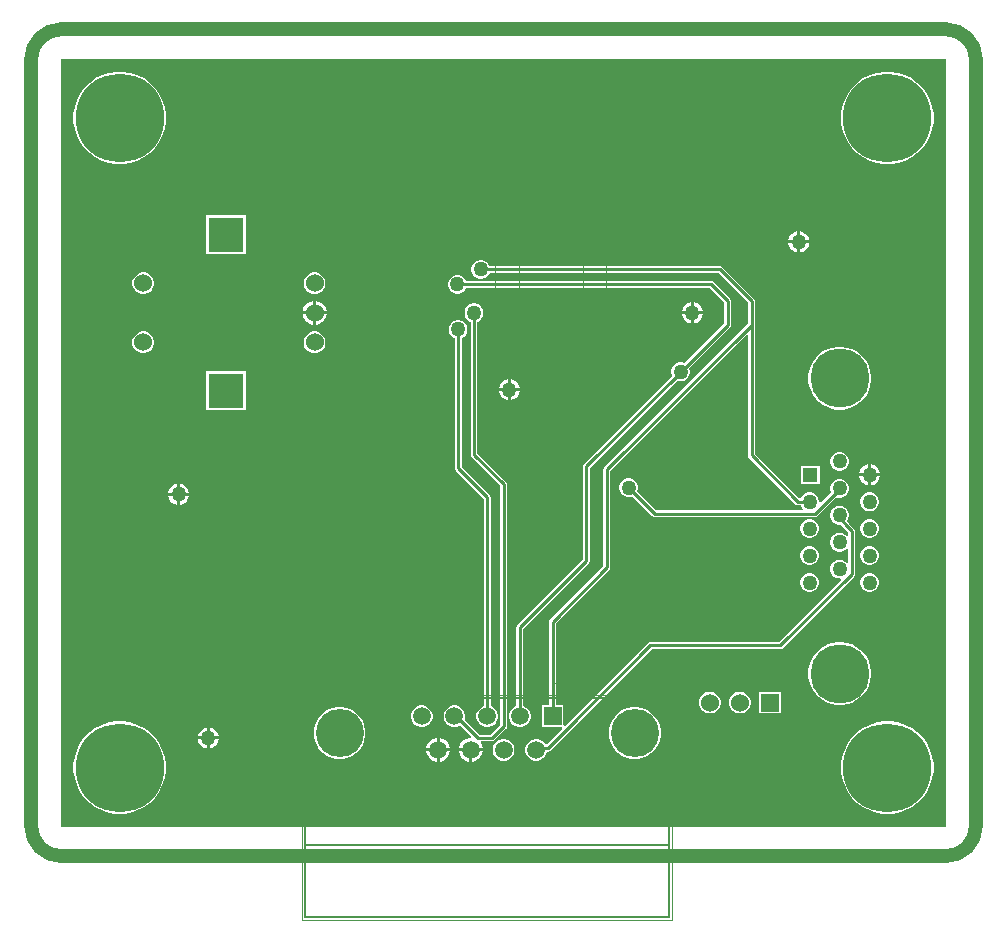
<source format=gbl>
G04*
G04 #@! TF.GenerationSoftware,Altium Limited,Altium Designer,21.3.1 (25)*
G04*
G04 Layer_Physical_Order=2*
G04 Layer_Color=16711680*
%FSLAX44Y44*%
%MOMM*%
G71*
G04*
G04 #@! TF.SameCoordinates,1E41339B-4A2A-438D-B01A-713DCCC2BB0F*
G04*
G04*
G04 #@! TF.FilePolarity,Positive*
G04*
G01*
G75*
%ADD10C,0.2000*%
%ADD13C,0.2540*%
%ADD14C,0.1270*%
%ADD17C,1.2000*%
%ADD18C,0.1000*%
%ADD19C,0.0500*%
%ADD40C,1.5240*%
%ADD41R,1.5240X1.5240*%
%ADD42C,1.2700*%
%ADD43R,1.2700X1.2700*%
%ADD44C,5.0000*%
%ADD45R,3.0000X3.0000*%
%ADD46C,1.5080*%
%ADD47C,4.0660*%
%ADD48R,1.5080X1.5080*%
%ADD49C,7.5000*%
G36*
X775000Y225000D02*
X25000D01*
Y875000D01*
X775000D01*
Y225000D01*
D02*
G37*
%LPC*%
G36*
X728077Y864100D02*
X721923D01*
X715844Y863137D01*
X709991Y861235D01*
X704507Y858441D01*
X699528Y854824D01*
X695176Y850472D01*
X691559Y845493D01*
X688765Y840009D01*
X686863Y834156D01*
X685900Y828077D01*
Y821923D01*
X686863Y815844D01*
X688765Y809991D01*
X691559Y804507D01*
X695176Y799528D01*
X699528Y795176D01*
X704507Y791559D01*
X709991Y788765D01*
X715844Y786863D01*
X721923Y785900D01*
X728077D01*
X734156Y786863D01*
X740009Y788765D01*
X745493Y791559D01*
X750472Y795176D01*
X754824Y799528D01*
X758441Y804507D01*
X761235Y809991D01*
X763137Y815844D01*
X764100Y821923D01*
Y828077D01*
X763137Y834156D01*
X761235Y840009D01*
X758441Y845493D01*
X754824Y850472D01*
X750472Y854824D01*
X745493Y858441D01*
X740009Y861235D01*
X734156Y863137D01*
X728077Y864100D01*
D02*
G37*
G36*
X78077D02*
X71923D01*
X65844Y863137D01*
X59991Y861235D01*
X54507Y858441D01*
X49528Y854824D01*
X45176Y850472D01*
X41559Y845493D01*
X38765Y840009D01*
X36863Y834156D01*
X35900Y828077D01*
Y821923D01*
X36863Y815844D01*
X38765Y809991D01*
X41559Y804507D01*
X45176Y799528D01*
X49528Y795176D01*
X54507Y791559D01*
X59991Y788765D01*
X65844Y786863D01*
X71923Y785900D01*
X78077D01*
X84156Y786863D01*
X90009Y788765D01*
X95493Y791559D01*
X100472Y795176D01*
X104824Y799528D01*
X108441Y804507D01*
X111235Y809991D01*
X113137Y815844D01*
X114100Y821923D01*
Y828077D01*
X113137Y834156D01*
X111235Y840009D01*
X108441Y845493D01*
X104824Y850472D01*
X100472Y854824D01*
X95493Y858441D01*
X90009Y861235D01*
X84156Y863137D01*
X78077Y864100D01*
D02*
G37*
G36*
X651270Y728863D02*
Y721270D01*
X658863D01*
X658284Y723431D01*
X657114Y725459D01*
X655459Y727114D01*
X653431Y728284D01*
X651270Y728863D01*
D02*
G37*
G36*
X648730D02*
X646569Y728284D01*
X644541Y727114D01*
X642886Y725459D01*
X641716Y723431D01*
X641137Y721270D01*
X648730D01*
Y728863D01*
D02*
G37*
G36*
X658863Y718730D02*
X651270D01*
Y711137D01*
X653431Y711716D01*
X655459Y712886D01*
X657114Y714541D01*
X658284Y716569D01*
X658863Y718730D01*
D02*
G37*
G36*
X648730D02*
X641137D01*
X641716Y716569D01*
X642886Y714541D01*
X644541Y712886D01*
X646569Y711716D01*
X648730Y711137D01*
Y718730D01*
D02*
G37*
G36*
X181600Y742600D02*
X148400D01*
Y709400D01*
X181600D01*
Y742600D01*
D02*
G37*
G36*
X241214Y694220D02*
X238786D01*
X236441Y693592D01*
X234339Y692378D01*
X232622Y690661D01*
X231408Y688559D01*
X230780Y686214D01*
Y683786D01*
X231408Y681441D01*
X232622Y679339D01*
X234339Y677622D01*
X236441Y676408D01*
X238786Y675780D01*
X241214D01*
X243559Y676408D01*
X245661Y677622D01*
X247378Y679339D01*
X248592Y681441D01*
X249220Y683786D01*
Y686214D01*
X248592Y688559D01*
X247378Y690661D01*
X245661Y692378D01*
X243559Y693592D01*
X241214Y694220D01*
D02*
G37*
G36*
X96214D02*
X93786D01*
X91441Y693592D01*
X89339Y692378D01*
X87622Y690661D01*
X86408Y688559D01*
X85780Y686214D01*
Y683786D01*
X86408Y681441D01*
X87622Y679339D01*
X89339Y677622D01*
X91441Y676408D01*
X93786Y675780D01*
X96214D01*
X98559Y676408D01*
X100661Y677622D01*
X102378Y679339D01*
X103592Y681441D01*
X104220Y683786D01*
Y686214D01*
X103592Y688559D01*
X102378Y690661D01*
X100661Y692378D01*
X98559Y693592D01*
X96214Y694220D01*
D02*
G37*
G36*
X241338Y670160D02*
X241270D01*
Y661270D01*
X250160D01*
Y661338D01*
X249468Y663922D01*
X248130Y666238D01*
X246238Y668130D01*
X243922Y669468D01*
X241338Y670160D01*
D02*
G37*
G36*
X238730D02*
X238662D01*
X236078Y669468D01*
X233762Y668130D01*
X231870Y666238D01*
X230532Y663922D01*
X229840Y661338D01*
Y661270D01*
X238730D01*
Y670160D01*
D02*
G37*
G36*
X561270Y668863D02*
Y661270D01*
X568863D01*
X568284Y663431D01*
X567114Y665459D01*
X565459Y667114D01*
X563431Y668284D01*
X561270Y668863D01*
D02*
G37*
G36*
X558730D02*
X556569Y668284D01*
X554541Y667114D01*
X552886Y665459D01*
X551716Y663431D01*
X551137Y661270D01*
X558730D01*
Y668863D01*
D02*
G37*
G36*
X568863Y658730D02*
X561270D01*
Y651137D01*
X563431Y651716D01*
X565459Y652886D01*
X567114Y654541D01*
X568284Y656569D01*
X568863Y658730D01*
D02*
G37*
G36*
X558730D02*
X551137D01*
X551716Y656569D01*
X552886Y654541D01*
X554541Y652886D01*
X556569Y651716D01*
X558730Y651137D01*
Y658730D01*
D02*
G37*
G36*
X250160Y658730D02*
X241270D01*
Y649840D01*
X241338D01*
X243922Y650532D01*
X246238Y651870D01*
X248130Y653762D01*
X249468Y656078D01*
X250160Y658662D01*
Y658730D01*
D02*
G37*
G36*
X238730D02*
X229840D01*
Y658662D01*
X230532Y656078D01*
X231870Y653762D01*
X233762Y651870D01*
X236078Y650532D01*
X238662Y649840D01*
X238730D01*
Y658730D01*
D02*
G37*
G36*
X241214Y644220D02*
X238786D01*
X236441Y643592D01*
X234339Y642378D01*
X232622Y640661D01*
X231408Y638559D01*
X230780Y636214D01*
Y633786D01*
X231408Y631441D01*
X232622Y629339D01*
X234339Y627622D01*
X236441Y626408D01*
X238786Y625780D01*
X241214D01*
X243559Y626408D01*
X245661Y627622D01*
X247378Y629339D01*
X248592Y631441D01*
X249220Y633786D01*
Y636214D01*
X248592Y638559D01*
X247378Y640661D01*
X245661Y642378D01*
X243559Y643592D01*
X241214Y644220D01*
D02*
G37*
G36*
X96214D02*
X93786D01*
X91441Y643592D01*
X89339Y642378D01*
X87622Y640661D01*
X86408Y638559D01*
X85780Y636214D01*
Y633786D01*
X86408Y631441D01*
X87622Y629339D01*
X89339Y627622D01*
X91441Y626408D01*
X93786Y625780D01*
X96214D01*
X98559Y626408D01*
X100661Y627622D01*
X102378Y629339D01*
X103592Y631441D01*
X104220Y633786D01*
Y636214D01*
X103592Y638559D01*
X102378Y640661D01*
X100661Y642378D01*
X98559Y643592D01*
X96214Y644220D01*
D02*
G37*
G36*
X361997Y692000D02*
X359903D01*
X357881Y691458D01*
X356069Y690412D01*
X354588Y688931D01*
X353542Y687119D01*
X353000Y685097D01*
Y683003D01*
X353542Y680981D01*
X354588Y679168D01*
X356069Y677688D01*
X357881Y676642D01*
X359903Y676100D01*
X361997D01*
X364019Y676642D01*
X365831Y677688D01*
X367312Y679168D01*
X368358Y680981D01*
X368396Y681124D01*
X574738D01*
X587074Y668788D01*
Y651212D01*
X553196Y617335D01*
X553069Y617408D01*
X551047Y617950D01*
X548953D01*
X546931Y617408D01*
X545119Y616362D01*
X543638Y614881D01*
X542592Y613069D01*
X542050Y611047D01*
Y608953D01*
X542592Y606931D01*
X542665Y606804D01*
X467931Y532069D01*
X467296Y531120D01*
X467074Y530000D01*
Y451212D01*
X411781Y395919D01*
X411147Y394970D01*
X410924Y393850D01*
Y327078D01*
X410322Y326917D01*
X408238Y325714D01*
X406536Y324012D01*
X405333Y321928D01*
X404710Y319603D01*
Y317197D01*
X405333Y314872D01*
X406536Y312788D01*
X408238Y311086D01*
X410322Y309883D01*
X412647Y309260D01*
X415053D01*
X417378Y309883D01*
X419462Y311086D01*
X421164Y312788D01*
X422367Y314872D01*
X422990Y317197D01*
Y319603D01*
X422367Y321928D01*
X421164Y324012D01*
X419462Y325714D01*
X417378Y326917D01*
X416776Y327078D01*
Y392638D01*
X472069Y447931D01*
X472704Y448880D01*
X472926Y450000D01*
Y528788D01*
X546804Y602665D01*
X546931Y602592D01*
X548953Y602050D01*
X551047D01*
X553069Y602592D01*
X554881Y603638D01*
X556362Y605119D01*
X557408Y606931D01*
X557950Y608953D01*
Y611047D01*
X557408Y613069D01*
X557335Y613196D01*
X592069Y647931D01*
X592704Y648880D01*
X592926Y650000D01*
Y670000D01*
X592704Y671120D01*
X592069Y672069D01*
X578019Y686119D01*
X577070Y686753D01*
X575950Y686976D01*
X368396D01*
X368358Y687119D01*
X367312Y688931D01*
X365831Y690412D01*
X364019Y691458D01*
X361997Y692000D01*
D02*
G37*
G36*
X406270Y603863D02*
Y596270D01*
X413863D01*
X413284Y598431D01*
X412114Y600459D01*
X410459Y602114D01*
X408431Y603284D01*
X406270Y603863D01*
D02*
G37*
G36*
X403730D02*
X401569Y603284D01*
X399541Y602114D01*
X397886Y600459D01*
X396716Y598431D01*
X396137Y596270D01*
X403730D01*
Y603863D01*
D02*
G37*
G36*
X413863Y593730D02*
X406270D01*
Y586137D01*
X408431Y586716D01*
X410459Y587886D01*
X412114Y589541D01*
X413284Y591569D01*
X413863Y593730D01*
D02*
G37*
G36*
X403730D02*
X396137D01*
X396716Y591569D01*
X397886Y589541D01*
X399541Y587886D01*
X401569Y586716D01*
X403730Y586137D01*
Y593730D01*
D02*
G37*
G36*
X686693Y631100D02*
X682506D01*
X678371Y630445D01*
X674389Y629151D01*
X670659Y627250D01*
X667271Y624789D01*
X664311Y621829D01*
X661850Y618441D01*
X659949Y614711D01*
X658655Y610729D01*
X658000Y606594D01*
Y602407D01*
X658655Y598271D01*
X659949Y594289D01*
X661850Y590559D01*
X664311Y587171D01*
X667271Y584211D01*
X670659Y581750D01*
X674389Y579849D01*
X678371Y578555D01*
X682506Y577900D01*
X686693D01*
X690829Y578555D01*
X694811Y579849D01*
X698541Y581750D01*
X701929Y584211D01*
X704889Y587171D01*
X707350Y590559D01*
X709251Y594289D01*
X710545Y598271D01*
X711200Y602407D01*
Y606594D01*
X710545Y610729D01*
X709251Y614711D01*
X707350Y618441D01*
X704889Y621829D01*
X701929Y624789D01*
X698541Y627250D01*
X694811Y629151D01*
X690829Y630445D01*
X686693Y631100D01*
D02*
G37*
G36*
X181600Y610600D02*
X148400D01*
Y577400D01*
X181600D01*
Y610600D01*
D02*
G37*
G36*
X685647Y542150D02*
X683553D01*
X681531Y541608D01*
X679719Y540562D01*
X678238Y539081D01*
X677192Y537269D01*
X676650Y535247D01*
Y533153D01*
X677192Y531131D01*
X678238Y529319D01*
X679719Y527838D01*
X681531Y526792D01*
X683553Y526250D01*
X685647D01*
X687669Y526792D01*
X689481Y527838D01*
X690962Y529319D01*
X692008Y531131D01*
X692550Y533153D01*
Y535247D01*
X692008Y537269D01*
X690962Y539081D01*
X689481Y540562D01*
X687669Y541608D01*
X685647Y542150D01*
D02*
G37*
G36*
X711270Y531663D02*
Y524070D01*
X718863D01*
X718284Y526231D01*
X717114Y528259D01*
X715459Y529914D01*
X713431Y531084D01*
X711270Y531663D01*
D02*
G37*
G36*
X708730D02*
X706569Y531084D01*
X704541Y529914D01*
X702886Y528259D01*
X701716Y526231D01*
X701137Y524070D01*
X708730D01*
Y531663D01*
D02*
G37*
G36*
X667550Y530550D02*
X651650D01*
Y514650D01*
X667550D01*
Y530550D01*
D02*
G37*
G36*
X708730Y521530D02*
X701137D01*
X701716Y519369D01*
X702886Y517341D01*
X704541Y515686D01*
X706569Y514516D01*
X708730Y513937D01*
Y521530D01*
D02*
G37*
G36*
X718863D02*
X711270D01*
Y513937D01*
X713431Y514516D01*
X715459Y515686D01*
X717114Y517341D01*
X718284Y519369D01*
X718863Y521530D01*
D02*
G37*
G36*
X126270Y515363D02*
Y507770D01*
X133863D01*
X133284Y509931D01*
X132114Y511959D01*
X130459Y513614D01*
X128431Y514784D01*
X126270Y515363D01*
D02*
G37*
G36*
X123730D02*
X121569Y514784D01*
X119541Y513614D01*
X117886Y511959D01*
X116716Y509931D01*
X116137Y507770D01*
X123730D01*
Y515363D01*
D02*
G37*
G36*
X133863Y505230D02*
X126270D01*
Y497637D01*
X128431Y498216D01*
X130459Y499386D01*
X132114Y501041D01*
X133284Y503069D01*
X133863Y505230D01*
D02*
G37*
G36*
X123730D02*
X116137D01*
X116716Y503069D01*
X117886Y501041D01*
X119541Y499386D01*
X121569Y498216D01*
X123730Y497637D01*
Y505230D01*
D02*
G37*
G36*
X381797Y704700D02*
X379703D01*
X377681Y704158D01*
X375869Y703111D01*
X374388Y701631D01*
X373342Y699818D01*
X372800Y697797D01*
Y695703D01*
X373342Y693681D01*
X374388Y691869D01*
X375869Y690388D01*
X377681Y689342D01*
X379703Y688800D01*
X381797D01*
X383819Y689342D01*
X385631Y690388D01*
X387112Y691869D01*
X388158Y693681D01*
X388196Y693824D01*
X582038D01*
X607074Y668788D01*
Y651212D01*
X485431Y529569D01*
X484796Y528620D01*
X484574Y527500D01*
Y445612D01*
X439481Y400519D01*
X438847Y399570D01*
X438624Y398450D01*
Y327540D01*
X432410D01*
Y309260D01*
X449294D01*
X449820Y307990D01*
X436832Y295002D01*
X435245Y295211D01*
X435014Y295612D01*
X433312Y297314D01*
X431228Y298517D01*
X428903Y299140D01*
X426497D01*
X424172Y298517D01*
X422088Y297314D01*
X420386Y295612D01*
X419183Y293528D01*
X418560Y291203D01*
Y288797D01*
X419183Y286472D01*
X420386Y284388D01*
X422088Y282686D01*
X424172Y281483D01*
X426497Y280860D01*
X428903D01*
X431228Y281483D01*
X433312Y282686D01*
X435014Y284388D01*
X436217Y286472D01*
X436740Y288425D01*
X437320D01*
X438440Y288648D01*
X439389Y289282D01*
X455088Y304981D01*
X455088Y304981D01*
X525537Y375430D01*
X634325D01*
X635444Y375653D01*
X636394Y376287D01*
X696829Y436722D01*
X697464Y437672D01*
X697686Y438792D01*
Y475240D01*
X697464Y476360D01*
X696829Y477309D01*
X692737Y481401D01*
X692703Y481571D01*
X692069Y482520D01*
X690916Y483673D01*
X690962Y483719D01*
X692008Y485531D01*
X692550Y487553D01*
Y489647D01*
X692008Y491669D01*
X690962Y493481D01*
X689481Y494962D01*
X687669Y496008D01*
X685647Y496550D01*
X683553D01*
X681531Y496008D01*
X679719Y494962D01*
X678238Y493481D01*
X677192Y491669D01*
X676650Y489647D01*
Y487553D01*
X677192Y485531D01*
X678238Y483719D01*
X679719Y482238D01*
X681531Y481192D01*
X683553Y480650D01*
X685647D01*
X685659Y480653D01*
X687263Y479050D01*
X687297Y478880D01*
X687931Y477931D01*
X691834Y474028D01*
Y471605D01*
X690564Y471079D01*
X689481Y472162D01*
X687669Y473208D01*
X685647Y473750D01*
X683553D01*
X681531Y473208D01*
X679719Y472162D01*
X678238Y470681D01*
X677192Y468869D01*
X676650Y466847D01*
Y464753D01*
X677192Y462731D01*
X678238Y460919D01*
X679719Y459438D01*
X681531Y458392D01*
X683553Y457850D01*
X685647D01*
X687669Y458392D01*
X689481Y459438D01*
X690564Y460521D01*
X691834Y459995D01*
Y448805D01*
X690564Y448279D01*
X689481Y449362D01*
X687669Y450408D01*
X685647Y450950D01*
X683553D01*
X681531Y450408D01*
X679719Y449362D01*
X678238Y447881D01*
X677192Y446069D01*
X676650Y444047D01*
Y441953D01*
X677192Y439931D01*
X678238Y438119D01*
X679719Y436638D01*
X681531Y435592D01*
X683553Y435050D01*
X685084D01*
X685610Y433780D01*
X633112Y381282D01*
X524325D01*
X523205Y381060D01*
X522255Y380425D01*
X451960Y310130D01*
X450690Y310656D01*
Y327540D01*
X444476D01*
Y397238D01*
X489569Y442331D01*
X490204Y443280D01*
X490426Y444400D01*
Y526288D01*
X605900Y641762D01*
X607074Y641276D01*
Y539200D01*
X607296Y538080D01*
X607931Y537131D01*
X646971Y498091D01*
X647920Y497457D01*
X649040Y497234D01*
X651711D01*
X651792Y496931D01*
X652838Y495119D01*
X653921Y494036D01*
X653395Y492766D01*
X529372D01*
X513335Y508804D01*
X513408Y508931D01*
X513950Y510953D01*
Y513047D01*
X513408Y515069D01*
X512362Y516881D01*
X510881Y518362D01*
X509069Y519408D01*
X507047Y519950D01*
X504953D01*
X502931Y519408D01*
X501119Y518362D01*
X499638Y516881D01*
X498592Y515069D01*
X498050Y513047D01*
Y510953D01*
X498592Y508931D01*
X499638Y507119D01*
X501119Y505638D01*
X502931Y504592D01*
X504953Y504050D01*
X507047D01*
X509069Y504592D01*
X509196Y504665D01*
X526091Y487771D01*
X527040Y487136D01*
X528160Y486914D01*
X663408D01*
X664528Y487136D01*
X665478Y487771D01*
X681663Y503956D01*
X683553Y503450D01*
X685647D01*
X687669Y503992D01*
X689481Y505038D01*
X690962Y506519D01*
X692008Y508331D01*
X692550Y510353D01*
Y512447D01*
X692008Y514469D01*
X690962Y516281D01*
X689481Y517762D01*
X687669Y518808D01*
X685647Y519350D01*
X683553D01*
X681531Y518808D01*
X679719Y517762D01*
X678238Y516281D01*
X677192Y514469D01*
X676650Y512447D01*
Y510353D01*
X677192Y508331D01*
X677400Y507970D01*
X668420Y498990D01*
X667150Y499516D01*
Y501047D01*
X666608Y503069D01*
X665562Y504881D01*
X664081Y506362D01*
X662269Y507408D01*
X660247Y507950D01*
X658153D01*
X656131Y507408D01*
X654319Y506362D01*
X652838Y504881D01*
X651802Y503086D01*
X650252D01*
X612926Y540412D01*
Y650000D01*
Y670000D01*
X612704Y671120D01*
X612069Y672069D01*
X585319Y698819D01*
X584370Y699453D01*
X583250Y699676D01*
X388196D01*
X388158Y699818D01*
X387112Y701631D01*
X385631Y703111D01*
X383819Y704158D01*
X381797Y704700D01*
D02*
G37*
G36*
X711047Y507950D02*
X708953D01*
X706931Y507408D01*
X705119Y506362D01*
X703638Y504881D01*
X702592Y503069D01*
X702050Y501047D01*
Y498953D01*
X702592Y496931D01*
X703638Y495119D01*
X705119Y493638D01*
X706931Y492592D01*
X708953Y492050D01*
X711047D01*
X713069Y492592D01*
X714881Y493638D01*
X716362Y495119D01*
X717408Y496931D01*
X717950Y498953D01*
Y501047D01*
X717408Y503069D01*
X716362Y504881D01*
X714881Y506362D01*
X713069Y507408D01*
X711047Y507950D01*
D02*
G37*
G36*
Y485150D02*
X708953D01*
X706931Y484608D01*
X705119Y483562D01*
X703638Y482081D01*
X702592Y480269D01*
X702050Y478247D01*
Y476153D01*
X702592Y474131D01*
X703638Y472319D01*
X705119Y470838D01*
X706931Y469792D01*
X708953Y469250D01*
X711047D01*
X713069Y469792D01*
X714881Y470838D01*
X716362Y472319D01*
X717408Y474131D01*
X717950Y476153D01*
Y478247D01*
X717408Y480269D01*
X716362Y482081D01*
X714881Y483562D01*
X713069Y484608D01*
X711047Y485150D01*
D02*
G37*
G36*
X660247D02*
X658153D01*
X656131Y484608D01*
X654319Y483562D01*
X652838Y482081D01*
X651792Y480269D01*
X651250Y478247D01*
Y476153D01*
X651792Y474131D01*
X652838Y472319D01*
X654319Y470838D01*
X656131Y469792D01*
X658153Y469250D01*
X660247D01*
X662269Y469792D01*
X664081Y470838D01*
X665562Y472319D01*
X666608Y474131D01*
X667150Y476153D01*
Y478247D01*
X666608Y480269D01*
X665562Y482081D01*
X664081Y483562D01*
X662269Y484608D01*
X660247Y485150D01*
D02*
G37*
G36*
X711047Y462350D02*
X708953D01*
X706931Y461808D01*
X705119Y460762D01*
X703638Y459281D01*
X702592Y457469D01*
X702050Y455447D01*
Y453353D01*
X702592Y451331D01*
X703638Y449519D01*
X705119Y448038D01*
X706931Y446992D01*
X708953Y446450D01*
X711047D01*
X713069Y446992D01*
X714881Y448038D01*
X716362Y449519D01*
X717408Y451331D01*
X717950Y453353D01*
Y455447D01*
X717408Y457469D01*
X716362Y459281D01*
X714881Y460762D01*
X713069Y461808D01*
X711047Y462350D01*
D02*
G37*
G36*
X660247D02*
X658153D01*
X656131Y461808D01*
X654319Y460762D01*
X652838Y459281D01*
X651792Y457469D01*
X651250Y455447D01*
Y453353D01*
X651792Y451331D01*
X652838Y449519D01*
X654319Y448038D01*
X656131Y446992D01*
X658153Y446450D01*
X660247D01*
X662269Y446992D01*
X664081Y448038D01*
X665562Y449519D01*
X666608Y451331D01*
X667150Y453353D01*
Y455447D01*
X666608Y457469D01*
X665562Y459281D01*
X664081Y460762D01*
X662269Y461808D01*
X660247Y462350D01*
D02*
G37*
G36*
X711047Y439550D02*
X708953D01*
X706931Y439008D01*
X705119Y437962D01*
X703638Y436481D01*
X702592Y434669D01*
X702050Y432647D01*
Y430553D01*
X702592Y428531D01*
X703638Y426719D01*
X705119Y425238D01*
X706931Y424192D01*
X708953Y423650D01*
X711047D01*
X713069Y424192D01*
X714881Y425238D01*
X716362Y426719D01*
X717408Y428531D01*
X717950Y430553D01*
Y432647D01*
X717408Y434669D01*
X716362Y436481D01*
X714881Y437962D01*
X713069Y439008D01*
X711047Y439550D01*
D02*
G37*
G36*
X660247D02*
X658153D01*
X656131Y439008D01*
X654319Y437962D01*
X652838Y436481D01*
X651792Y434669D01*
X651250Y432647D01*
Y430553D01*
X651792Y428531D01*
X652838Y426719D01*
X654319Y425238D01*
X656131Y424192D01*
X658153Y423650D01*
X660247D01*
X662269Y424192D01*
X664081Y425238D01*
X665562Y426719D01*
X666608Y428531D01*
X667150Y430553D01*
Y432647D01*
X666608Y434669D01*
X665562Y436481D01*
X664081Y437962D01*
X662269Y439008D01*
X660247Y439550D01*
D02*
G37*
G36*
X686693Y381200D02*
X682506D01*
X678371Y380545D01*
X674389Y379251D01*
X670659Y377350D01*
X667271Y374889D01*
X664311Y371929D01*
X661850Y368541D01*
X659949Y364811D01*
X658655Y360829D01*
X658000Y356693D01*
Y352506D01*
X658655Y348371D01*
X659949Y344389D01*
X661850Y340659D01*
X664311Y337271D01*
X667271Y334311D01*
X670659Y331850D01*
X674389Y329949D01*
X678371Y328655D01*
X682506Y328000D01*
X686693D01*
X690829Y328655D01*
X694811Y329949D01*
X698541Y331850D01*
X701929Y334311D01*
X704889Y337271D01*
X707350Y340659D01*
X709251Y344389D01*
X710545Y348371D01*
X711200Y352506D01*
Y356693D01*
X710545Y360829D01*
X709251Y364811D01*
X707350Y368541D01*
X704889Y371929D01*
X701929Y374889D01*
X698541Y377350D01*
X694811Y379251D01*
X690829Y380545D01*
X686693Y381200D01*
D02*
G37*
G36*
X634620Y339220D02*
X616180D01*
Y320780D01*
X634620D01*
Y339220D01*
D02*
G37*
G36*
X601214D02*
X598786D01*
X596441Y338592D01*
X594339Y337378D01*
X592622Y335661D01*
X591408Y333559D01*
X590780Y331214D01*
Y328786D01*
X591408Y326441D01*
X592622Y324339D01*
X594339Y322622D01*
X596441Y321408D01*
X598786Y320780D01*
X601214D01*
X603559Y321408D01*
X605661Y322622D01*
X607378Y324339D01*
X608592Y326441D01*
X609220Y328786D01*
Y331214D01*
X608592Y333559D01*
X607378Y335661D01*
X605661Y337378D01*
X603559Y338592D01*
X601214Y339220D01*
D02*
G37*
G36*
X575814D02*
X573386D01*
X571041Y338592D01*
X568939Y337378D01*
X567222Y335661D01*
X566008Y333559D01*
X565380Y331214D01*
Y328786D01*
X566008Y326441D01*
X567222Y324339D01*
X568939Y322622D01*
X571041Y321408D01*
X573386Y320780D01*
X575814D01*
X578159Y321408D01*
X580261Y322622D01*
X581978Y324339D01*
X583192Y326441D01*
X583820Y328786D01*
Y331214D01*
X583192Y333559D01*
X581978Y335661D01*
X580261Y337378D01*
X578159Y338592D01*
X575814Y339220D01*
D02*
G37*
G36*
X362597Y653900D02*
X360503D01*
X358481Y653358D01*
X356669Y652311D01*
X355188Y650831D01*
X354142Y649018D01*
X353600Y646997D01*
Y644903D01*
X354142Y642881D01*
X355188Y641068D01*
X356669Y639588D01*
X358481Y638542D01*
X358624Y638504D01*
Y528450D01*
X358847Y527330D01*
X359481Y526381D01*
X383224Y502638D01*
Y327078D01*
X382622Y326917D01*
X380538Y325714D01*
X378836Y324012D01*
X377633Y321928D01*
X377010Y319603D01*
Y317197D01*
X377633Y314872D01*
X378836Y312788D01*
X380538Y311086D01*
X382622Y309883D01*
X384947Y309260D01*
X387353D01*
X389678Y309883D01*
X391762Y311086D01*
X393464Y312788D01*
X394667Y314872D01*
X395290Y317197D01*
Y319603D01*
X394667Y321928D01*
X393464Y324012D01*
X391762Y325714D01*
X389678Y326917D01*
X389076Y327078D01*
Y503850D01*
X388853Y504970D01*
X388219Y505919D01*
X364476Y529662D01*
Y638504D01*
X364619Y638542D01*
X366431Y639588D01*
X367912Y641068D01*
X368958Y642881D01*
X369500Y644903D01*
Y646997D01*
X368958Y649018D01*
X367912Y650831D01*
X366431Y652311D01*
X364619Y653358D01*
X362597Y653900D01*
D02*
G37*
G36*
X331953Y327540D02*
X329547D01*
X327222Y326917D01*
X325138Y325714D01*
X323436Y324012D01*
X322233Y321928D01*
X321610Y319603D01*
Y317197D01*
X322233Y314872D01*
X323436Y312788D01*
X325138Y311086D01*
X327222Y309883D01*
X329547Y309260D01*
X331953D01*
X334278Y309883D01*
X336362Y311086D01*
X338064Y312788D01*
X339267Y314872D01*
X339890Y317197D01*
Y319603D01*
X339267Y321928D01*
X338064Y324012D01*
X336362Y325714D01*
X334278Y326917D01*
X331953Y327540D01*
D02*
G37*
G36*
X376047Y667950D02*
X373953D01*
X371931Y667408D01*
X370119Y666362D01*
X368638Y664881D01*
X367592Y663068D01*
X367050Y661047D01*
Y658953D01*
X367592Y656931D01*
X368638Y655119D01*
X370119Y653638D01*
X371931Y652592D01*
X372074Y652554D01*
Y540000D01*
X372296Y538880D01*
X372931Y537931D01*
X397074Y513788D01*
Y311212D01*
X388788Y302926D01*
X379563D01*
X367104Y315385D01*
X367590Y317197D01*
Y319603D01*
X366967Y321928D01*
X365764Y324012D01*
X364062Y325714D01*
X361978Y326917D01*
X359653Y327540D01*
X357247D01*
X354922Y326917D01*
X352838Y325714D01*
X351136Y324012D01*
X349933Y321928D01*
X349310Y319603D01*
Y317197D01*
X349933Y314872D01*
X351136Y312788D01*
X352838Y311086D01*
X354922Y309883D01*
X357247Y309260D01*
X359653D01*
X361978Y309883D01*
X363469Y310744D01*
X372863Y301350D01*
X372337Y300080D01*
X370973D01*
X368409Y299393D01*
X366111Y298066D01*
X364234Y296189D01*
X362907Y293891D01*
X362220Y291327D01*
Y291270D01*
X382380D01*
Y291327D01*
X381693Y293891D01*
X380588Y295804D01*
X381141Y297074D01*
X390000D01*
X391120Y297297D01*
X392069Y297931D01*
X402069Y307931D01*
X402704Y308880D01*
X402926Y310000D01*
Y515000D01*
X402704Y516120D01*
X402069Y517069D01*
X377926Y541212D01*
Y652554D01*
X378069Y652592D01*
X379881Y653638D01*
X381362Y655119D01*
X382408Y656931D01*
X382950Y658953D01*
Y661047D01*
X382408Y663068D01*
X381362Y664881D01*
X379881Y666362D01*
X378069Y667408D01*
X376047Y667950D01*
D02*
G37*
G36*
X151270Y308863D02*
Y301270D01*
X158863D01*
X158284Y303431D01*
X157114Y305459D01*
X155459Y307114D01*
X153431Y308284D01*
X151270Y308863D01*
D02*
G37*
G36*
X148730D02*
X146569Y308284D01*
X144541Y307114D01*
X142886Y305459D01*
X141716Y303431D01*
X141137Y301270D01*
X148730D01*
Y308863D01*
D02*
G37*
G36*
X345927Y300080D02*
X345870D01*
Y291270D01*
X354680D01*
Y291327D01*
X353993Y293891D01*
X352666Y296189D01*
X350789Y298066D01*
X348491Y299393D01*
X345927Y300080D01*
D02*
G37*
G36*
X343330D02*
X343273D01*
X340709Y299393D01*
X338411Y298066D01*
X336534Y296189D01*
X335207Y293891D01*
X334520Y291327D01*
Y291270D01*
X343330D01*
Y300080D01*
D02*
G37*
G36*
X158863Y298730D02*
X151270D01*
Y291137D01*
X153431Y291716D01*
X155459Y292886D01*
X157114Y294541D01*
X158284Y296569D01*
X158863Y298730D01*
D02*
G37*
G36*
X148730D02*
X141137D01*
X141716Y296569D01*
X142886Y294541D01*
X144541Y292886D01*
X146569Y291716D01*
X148730Y291137D01*
Y298730D01*
D02*
G37*
G36*
X513260Y326130D02*
X508940D01*
X504703Y325287D01*
X500712Y323634D01*
X497120Y321234D01*
X494066Y318180D01*
X491666Y314588D01*
X490013Y310597D01*
X489170Y306360D01*
Y302040D01*
X490013Y297803D01*
X491666Y293812D01*
X494066Y290221D01*
X497120Y287166D01*
X500712Y284766D01*
X504703Y283113D01*
X508940Y282270D01*
X513260D01*
X517497Y283113D01*
X521488Y284766D01*
X525079Y287166D01*
X528134Y290221D01*
X530534Y293812D01*
X532187Y297803D01*
X533030Y302040D01*
Y306360D01*
X532187Y310597D01*
X530534Y314588D01*
X528134Y318180D01*
X525079Y321234D01*
X521488Y323634D01*
X517497Y325287D01*
X513260Y326130D01*
D02*
G37*
G36*
X263360D02*
X259040D01*
X254803Y325287D01*
X250812Y323634D01*
X247220Y321234D01*
X244166Y318180D01*
X241766Y314588D01*
X240113Y310597D01*
X239270Y306360D01*
Y302040D01*
X240113Y297803D01*
X241766Y293812D01*
X244166Y290221D01*
X247220Y287166D01*
X250812Y284766D01*
X254803Y283113D01*
X259040Y282270D01*
X263360D01*
X267597Y283113D01*
X271588Y284766D01*
X275180Y287166D01*
X278234Y290221D01*
X280634Y293812D01*
X282287Y297803D01*
X283130Y302040D01*
Y306360D01*
X282287Y310597D01*
X280634Y314588D01*
X278234Y318180D01*
X275180Y321234D01*
X271588Y323634D01*
X267597Y325287D01*
X263360Y326130D01*
D02*
G37*
G36*
X401203Y299140D02*
X398797D01*
X396472Y298517D01*
X394388Y297314D01*
X392686Y295612D01*
X391483Y293528D01*
X390860Y291203D01*
Y288797D01*
X391483Y286472D01*
X392686Y284388D01*
X394388Y282686D01*
X396472Y281483D01*
X398797Y280860D01*
X401203D01*
X403528Y281483D01*
X405612Y282686D01*
X407314Y284388D01*
X408517Y286472D01*
X409140Y288797D01*
Y291203D01*
X408517Y293528D01*
X407314Y295612D01*
X405612Y297314D01*
X403528Y298517D01*
X401203Y299140D01*
D02*
G37*
G36*
X382380Y288730D02*
X373570D01*
Y279920D01*
X373627D01*
X376191Y280607D01*
X378489Y281934D01*
X380366Y283811D01*
X381693Y286109D01*
X382380Y288673D01*
Y288730D01*
D02*
G37*
G36*
X371030D02*
X362220D01*
Y288673D01*
X362907Y286109D01*
X364234Y283811D01*
X366111Y281934D01*
X368409Y280607D01*
X370973Y279920D01*
X371030D01*
Y288730D01*
D02*
G37*
G36*
X354680D02*
X345870D01*
Y279920D01*
X345927D01*
X348491Y280607D01*
X350789Y281934D01*
X352666Y283811D01*
X353993Y286109D01*
X354680Y288673D01*
Y288730D01*
D02*
G37*
G36*
X343330D02*
X334520D01*
Y288673D01*
X335207Y286109D01*
X336534Y283811D01*
X338411Y281934D01*
X340709Y280607D01*
X343273Y279920D01*
X343330D01*
Y288730D01*
D02*
G37*
G36*
X728077Y314100D02*
X721923D01*
X715844Y313137D01*
X709991Y311235D01*
X704507Y308441D01*
X699528Y304824D01*
X695176Y300472D01*
X691559Y295493D01*
X688765Y290009D01*
X686863Y284156D01*
X685900Y278077D01*
Y271923D01*
X686863Y265844D01*
X688765Y259991D01*
X691559Y254507D01*
X695176Y249528D01*
X699528Y245176D01*
X704507Y241559D01*
X709991Y238765D01*
X715844Y236863D01*
X721923Y235900D01*
X728077D01*
X734156Y236863D01*
X740009Y238765D01*
X745493Y241559D01*
X750472Y245176D01*
X754824Y249528D01*
X758441Y254507D01*
X761235Y259991D01*
X763137Y265844D01*
X764100Y271923D01*
Y278077D01*
X763137Y284156D01*
X761235Y290009D01*
X758441Y295493D01*
X754824Y300472D01*
X750472Y304824D01*
X745493Y308441D01*
X740009Y311235D01*
X734156Y313137D01*
X728077Y314100D01*
D02*
G37*
G36*
X78077D02*
X71923D01*
X65844Y313137D01*
X59991Y311235D01*
X54507Y308441D01*
X49528Y304824D01*
X45176Y300472D01*
X41559Y295493D01*
X38765Y290009D01*
X36863Y284156D01*
X35900Y278077D01*
Y271923D01*
X36863Y265844D01*
X38765Y259991D01*
X41559Y254507D01*
X45176Y249528D01*
X49528Y245176D01*
X54507Y241559D01*
X59991Y238765D01*
X65844Y236863D01*
X71923Y235900D01*
X78077D01*
X84156Y236863D01*
X90009Y238765D01*
X95493Y241559D01*
X100472Y245176D01*
X104824Y249528D01*
X108441Y254507D01*
X111235Y259991D01*
X113137Y265844D01*
X114100Y271923D01*
Y278077D01*
X113137Y284156D01*
X111235Y290009D01*
X108441Y295493D01*
X104824Y300472D01*
X100472Y304824D01*
X95493Y308441D01*
X90009Y311235D01*
X84156Y313137D01*
X78077Y314100D01*
D02*
G37*
%LPD*%
D10*
X446350Y346200D02*
G03*
X446350Y346200I-1000J0D01*
G01*
D13*
X506000Y512000D02*
X528160Y489840D01*
X663408D01*
X441550Y398450D02*
X487500Y444400D01*
X386150Y318400D02*
Y503850D01*
X413850Y393850D02*
X470000Y450000D01*
X400000Y310000D02*
Y515000D01*
X470000Y450000D02*
Y530000D01*
X487500Y444400D02*
Y527500D01*
X361550Y528450D02*
X386150Y503850D01*
X413850Y318400D02*
Y393850D01*
X453018Y307050D02*
X524325Y378356D01*
X634325D01*
X441550Y318400D02*
Y398450D01*
X361550Y528450D02*
Y645950D01*
X375000Y540000D02*
X400000Y515000D01*
X375000Y540000D02*
Y660000D01*
X550000Y610000D02*
X590000Y650000D01*
X470000Y530000D02*
X550000Y610000D01*
X437320Y291352D02*
X453018Y307050D01*
X427700Y290000D02*
X429051Y291352D01*
X453018Y307050D02*
X453018D01*
X429051Y291352D02*
X437320D01*
X358450Y318400D02*
X359951D01*
X390000Y300000D02*
X400000Y310000D01*
X359951Y318400D02*
X378351Y300000D01*
X390000D01*
X634325Y378356D02*
X694760Y438792D01*
Y475240D01*
X684600Y485851D02*
Y488600D01*
Y485851D02*
X690000Y480451D01*
Y480000D02*
Y480451D01*
Y480000D02*
X694760Y475240D01*
X649040Y500160D02*
X659040D01*
X659200Y500000D01*
X610000Y539200D02*
X649040Y500160D01*
X663408Y489840D02*
X684600Y511032D01*
Y511400D01*
X610000Y539200D02*
Y650000D01*
X590000D02*
Y670000D01*
X487500Y527500D02*
X610000Y650000D01*
X360950Y684050D02*
X575950D01*
X590000Y670000D01*
X583250Y696750D02*
X610000Y670000D01*
X380750Y696750D02*
X583250D01*
X610000Y650000D02*
Y670000D01*
D14*
X232100Y334200D02*
X540200D01*
X232100Y148200D02*
Y334200D01*
X540200Y148200D02*
Y334200D01*
X232100Y148200D02*
X540200D01*
X232100Y209200D02*
X540200D01*
D17*
X25400Y900000D02*
G03*
X0Y874600I0J-25400D01*
G01*
X800000D02*
G03*
X774600Y900000I-25400J0D01*
G01*
Y200000D02*
G03*
X800000Y225400I0J25400D01*
G01*
X0D02*
G03*
X25400Y200000I25400J0D01*
G01*
X0Y225400D02*
Y874600D01*
X25400Y900000D02*
X774600D01*
X800000Y225400D02*
Y874600D01*
X25400Y200000D02*
X774600D01*
D18*
X427000Y708000D02*
G03*
X427000Y708000I-5000J0D01*
G01*
X413000Y613000D02*
X467000D01*
X413000Y717000D02*
X467000D01*
Y613000D02*
Y717000D01*
X413000Y613000D02*
Y717000D01*
X174000Y308500D02*
X206000D01*
X174000Y291500D02*
X206000D01*
X174000D02*
Y308500D01*
X206000Y291500D02*
Y308500D01*
X671500Y719750D02*
X688500D01*
X671500Y687750D02*
Y719750D01*
X688500Y687750D02*
Y719750D01*
X671500Y687750D02*
X688500D01*
X440000Y660000D02*
Y670000D01*
X435000Y665000D02*
X445000D01*
X190000Y295000D02*
Y305000D01*
X185000Y300000D02*
X195000D01*
X680000Y698750D02*
Y708750D01*
X675000Y703750D02*
X685000D01*
D19*
X229600Y336700D02*
X542700D01*
X229600Y145700D02*
Y336700D01*
X542700Y145700D02*
Y336700D01*
X229600Y145700D02*
X542700D01*
X393000Y610500D02*
X487000D01*
X393000Y719500D02*
X487000D01*
Y610500D02*
Y719500D01*
X393000Y610500D02*
Y719500D01*
X168000Y311000D02*
X212000D01*
X168000Y289000D02*
X212000D01*
X168000D02*
Y311000D01*
X212000Y289000D02*
Y311000D01*
X669000Y681750D02*
X691000D01*
X669000Y725750D02*
X691000D01*
X669000Y681750D02*
Y725750D01*
X691000Y681750D02*
Y725750D01*
D40*
X574600Y330000D02*
D03*
X600000D02*
D03*
X95000Y685000D02*
D03*
Y635000D02*
D03*
X240000Y685000D02*
D03*
Y660000D02*
D03*
Y635000D02*
D03*
D41*
X625400Y330000D02*
D03*
D42*
X710000Y522800D02*
D03*
Y500000D02*
D03*
Y477200D02*
D03*
Y454400D02*
D03*
Y431600D02*
D03*
X659200Y500000D02*
D03*
Y477200D02*
D03*
Y454400D02*
D03*
Y431600D02*
D03*
X684600Y443000D02*
D03*
Y465800D02*
D03*
Y488600D02*
D03*
Y511400D02*
D03*
Y534200D02*
D03*
X560000Y660000D02*
D03*
X506000Y512000D02*
D03*
X150000Y300000D02*
D03*
X550000Y610000D02*
D03*
X375000Y660000D02*
D03*
X405000Y595000D02*
D03*
X650000Y720000D02*
D03*
X125000Y506500D02*
D03*
X380750Y696750D02*
D03*
X361550Y645950D02*
D03*
X360950Y684050D02*
D03*
D43*
X659600Y522600D02*
D03*
D44*
X684600Y604500D02*
D03*
Y354600D02*
D03*
D45*
X165000Y726000D02*
D03*
Y594000D02*
D03*
D46*
X386150Y318400D02*
D03*
X330750D02*
D03*
X344600Y290000D02*
D03*
X358450Y318400D02*
D03*
X413850D02*
D03*
X400000Y290000D02*
D03*
X372300D02*
D03*
X427700D02*
D03*
D47*
X261200Y304200D02*
D03*
X511100D02*
D03*
D48*
X441550Y318400D02*
D03*
D49*
X75000Y275000D02*
D03*
X725000D02*
D03*
Y825000D02*
D03*
X75000D02*
D03*
M02*

</source>
